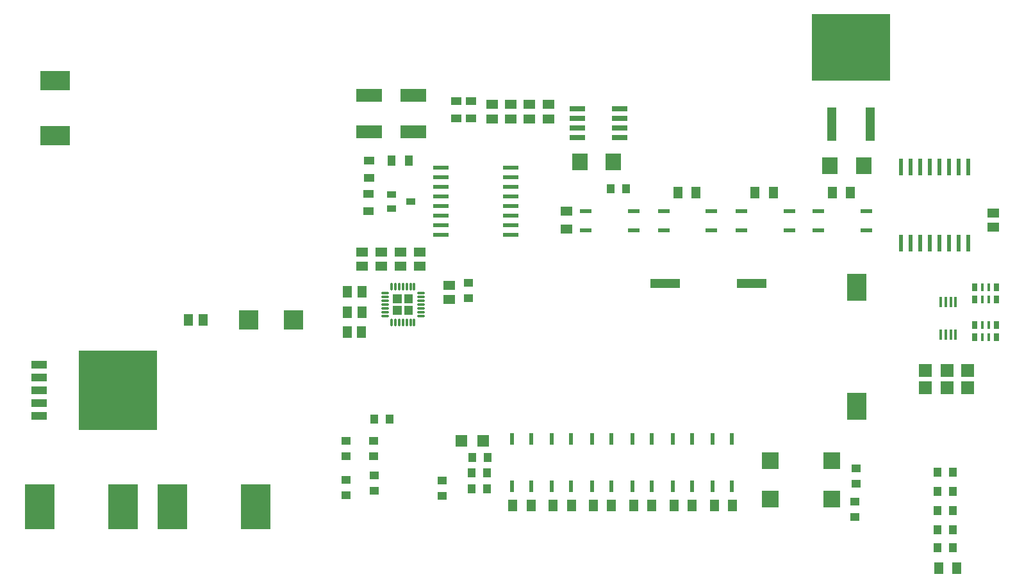
<source format=gtp>
G04*
G04 #@! TF.GenerationSoftware,Altium Limited,Altium Designer,20.2.6 (244)*
G04*
G04 Layer_Color=8421504*
%FSLAX43Y43*%
%MOMM*%
G71*
G04*
G04 #@! TF.SameCoordinates,50BE3A92-8E6F-42E2-A157-1F0C76B00AEB*
G04*
G04*
G04 #@! TF.FilePolarity,Positive*
G04*
G01*
G75*
%ADD28R,1.200X0.850*%
%ADD29R,1.000X1.397*%
%ADD30R,1.397X1.000*%
%ADD31R,2.000X0.600*%
%ADD32R,1.270X1.016*%
%ADD33R,1.200X1.500*%
%ADD34R,10.400X8.900*%
%ADD35R,1.250X4.400*%
%ADD36R,3.500X1.800*%
%ADD37R,1.500X1.300*%
%ADD38R,1.500X1.200*%
%ADD39R,1.600X0.550*%
%ADD40R,2.032X2.286*%
%ADD41R,1.300X1.500*%
%ADD42R,1.016X1.270*%
G04:AMPARAMS|DCode=43|XSize=1.01mm|YSize=0.27mm|CornerRadius=0.068mm|HoleSize=0mm|Usage=FLASHONLY|Rotation=270.000|XOffset=0mm|YOffset=0mm|HoleType=Round|Shape=RoundedRectangle|*
%AMROUNDEDRECTD43*
21,1,1.010,0.135,0,0,270.0*
21,1,0.875,0.270,0,0,270.0*
1,1,0.135,-0.068,-0.438*
1,1,0.135,-0.068,0.438*
1,1,0.135,0.068,0.438*
1,1,0.135,0.068,-0.438*
%
%ADD43ROUNDEDRECTD43*%
G04:AMPARAMS|DCode=44|XSize=1.01mm|YSize=0.27mm|CornerRadius=0.068mm|HoleSize=0mm|Usage=FLASHONLY|Rotation=0.000|XOffset=0mm|YOffset=0mm|HoleType=Round|Shape=RoundedRectangle|*
%AMROUNDEDRECTD44*
21,1,1.010,0.135,0,0,0.0*
21,1,0.875,0.270,0,0,0.0*
1,1,0.135,0.438,-0.068*
1,1,0.135,-0.438,-0.068*
1,1,0.135,-0.438,0.068*
1,1,0.135,0.438,0.068*
%
%ADD44ROUNDEDRECTD44*%
%ADD45R,4.000X2.500*%
%ADD46R,2.159X0.635*%
%ADD47R,0.550X1.600*%
%ADD48R,2.286X2.286*%
%ADD49R,1.778X1.778*%
%ADD50R,0.450X1.450*%
%ADD51R,0.600X2.200*%
%ADD52R,2.600X3.540*%
%ADD53R,2.600X3.660*%
%ADD54R,2.100X1.050*%
%ADD55R,10.300X10.500*%
%ADD56R,2.500X2.500*%
%ADD57R,1.600X1.600*%
%ADD58R,4.000X1.200*%
%ADD59R,0.800X1.000*%
%ADD60R,0.406X1.000*%
%ADD61R,4.000X6.000*%
G36*
X59953Y49569D02*
Y50719D01*
X61105D01*
Y49569D01*
X59953D01*
D02*
G37*
G36*
X59953Y51079D02*
Y52231D01*
X61105D01*
Y51079D01*
X59953D01*
D02*
G37*
G36*
X61465Y49569D02*
Y50719D01*
X62615D01*
Y49569D01*
X61465D01*
D02*
G37*
G36*
X61465Y51079D02*
Y52231D01*
X62615D01*
Y51079D01*
X61465D01*
D02*
G37*
D28*
X62286Y64516D02*
D03*
X59792Y63576D02*
D03*
X59786Y65466D02*
D03*
D29*
X62078Y69952D02*
D03*
X59792D02*
D03*
D30*
X56845Y69901D02*
D03*
Y67615D02*
D03*
X56744Y63271D02*
D03*
Y65557D02*
D03*
X70311Y75534D02*
D03*
Y77820D02*
D03*
X68355Y75534D02*
D03*
Y77820D02*
D03*
D31*
X66267Y60147D02*
D03*
Y61417D02*
D03*
Y62687D02*
D03*
Y63957D02*
D03*
Y65227D02*
D03*
Y66497D02*
D03*
Y67767D02*
D03*
Y69037D02*
D03*
X75567D02*
D03*
Y67767D02*
D03*
Y66497D02*
D03*
Y65227D02*
D03*
Y63957D02*
D03*
Y62687D02*
D03*
Y61417D02*
D03*
Y60147D02*
D03*
D32*
X66482Y25578D02*
D03*
Y27610D02*
D03*
X53756Y32817D02*
D03*
Y30785D02*
D03*
X53807Y27712D02*
D03*
Y25680D02*
D03*
X57445Y30785D02*
D03*
Y32817D02*
D03*
X57465Y28296D02*
D03*
Y26264D02*
D03*
X121029Y24791D02*
D03*
Y22759D02*
D03*
X121136Y29235D02*
D03*
Y27203D02*
D03*
X69940Y53797D02*
D03*
Y51765D02*
D03*
D33*
X110208Y65710D02*
D03*
X107808D02*
D03*
X118006D02*
D03*
X120406D02*
D03*
X134496Y15985D02*
D03*
X132096D02*
D03*
X100010Y65710D02*
D03*
X97610D02*
D03*
X102410Y24282D02*
D03*
X104810D02*
D03*
X97090D02*
D03*
X99490D02*
D03*
X91770D02*
D03*
X94170D02*
D03*
X88850D02*
D03*
X86450D02*
D03*
X83530D02*
D03*
X81130D02*
D03*
X78210D02*
D03*
X75810D02*
D03*
D34*
X120527Y84887D02*
D03*
D35*
X123067Y74737D02*
D03*
X117987D02*
D03*
D36*
X62636Y73749D02*
D03*
Y78549D02*
D03*
X56820D02*
D03*
Y73749D02*
D03*
D37*
X75535Y77368D02*
D03*
Y75468D02*
D03*
X73054Y77368D02*
D03*
Y75468D02*
D03*
X58425Y57866D02*
D03*
Y55966D02*
D03*
X80496Y77368D02*
D03*
Y75468D02*
D03*
X78016Y77368D02*
D03*
Y75468D02*
D03*
X139297Y63012D02*
D03*
Y61112D02*
D03*
X67397Y51557D02*
D03*
Y53457D02*
D03*
X63471Y57866D02*
D03*
Y55966D02*
D03*
X60948D02*
D03*
Y57866D02*
D03*
X55902D02*
D03*
Y55966D02*
D03*
D38*
X82859Y63252D02*
D03*
Y60852D02*
D03*
D39*
X85474Y63271D02*
D03*
Y60731D02*
D03*
X91774D02*
D03*
Y63271D02*
D03*
X122508Y63246D02*
D03*
Y60706D02*
D03*
X116208D02*
D03*
Y63246D02*
D03*
X95755Y63221D02*
D03*
Y60681D02*
D03*
X102055D02*
D03*
Y63221D02*
D03*
X106036Y63246D02*
D03*
Y60706D02*
D03*
X112336D02*
D03*
Y63246D02*
D03*
D40*
X122178Y69266D02*
D03*
X117707D02*
D03*
X84637Y69774D02*
D03*
X89107D02*
D03*
D41*
X53953Y52571D02*
D03*
X55853D02*
D03*
X32957Y48851D02*
D03*
X34857D02*
D03*
X53928Y47251D02*
D03*
X55828D02*
D03*
X55853Y49911D02*
D03*
X53953D02*
D03*
D42*
X133963Y21107D02*
D03*
X131931D02*
D03*
X133963Y23622D02*
D03*
X131931D02*
D03*
X133963Y26187D02*
D03*
X131931D02*
D03*
X133963Y28727D02*
D03*
X131931D02*
D03*
X133982Y18703D02*
D03*
X131950D02*
D03*
X88777Y66218D02*
D03*
X90809D02*
D03*
X59538Y35738D02*
D03*
X57506D02*
D03*
X72419Y28610D02*
D03*
X70387D02*
D03*
X72419Y26502D02*
D03*
X70387D02*
D03*
X72470Y30617D02*
D03*
X70438D02*
D03*
D43*
X62785Y53259D02*
D03*
X62285D02*
D03*
X61785D02*
D03*
X61285D02*
D03*
X60785D02*
D03*
X60285D02*
D03*
X59785D02*
D03*
Y48539D02*
D03*
X60285D02*
D03*
X60785D02*
D03*
X61285D02*
D03*
X61785D02*
D03*
X62285D02*
D03*
X62785D02*
D03*
D44*
X58925Y52399D02*
D03*
Y51899D02*
D03*
Y51399D02*
D03*
Y50899D02*
D03*
Y50399D02*
D03*
Y49899D02*
D03*
Y49399D02*
D03*
X63645D02*
D03*
Y49899D02*
D03*
Y50399D02*
D03*
Y50899D02*
D03*
Y51399D02*
D03*
Y51899D02*
D03*
Y52399D02*
D03*
D45*
X15345Y80485D02*
D03*
Y73235D02*
D03*
D46*
X84357Y76784D02*
D03*
Y75514D02*
D03*
Y74244D02*
D03*
Y72974D02*
D03*
X89945Y76784D02*
D03*
Y75514D02*
D03*
Y74244D02*
D03*
Y72974D02*
D03*
D47*
X102232Y26847D02*
D03*
X104772D02*
D03*
Y33147D02*
D03*
X102232D02*
D03*
X96918Y26847D02*
D03*
X99458D02*
D03*
Y33147D02*
D03*
X96918D02*
D03*
X91604Y26847D02*
D03*
X94144D02*
D03*
Y33147D02*
D03*
X91604D02*
D03*
X86290D02*
D03*
X88830D02*
D03*
Y26847D02*
D03*
X86290D02*
D03*
X80976D02*
D03*
X83516D02*
D03*
Y33147D02*
D03*
X80976D02*
D03*
X75662D02*
D03*
X78202D02*
D03*
Y26847D02*
D03*
X75662D02*
D03*
D48*
X109833Y25146D02*
D03*
Y30226D02*
D03*
X117961Y25146D02*
D03*
Y30226D02*
D03*
D49*
X135868Y42189D02*
D03*
Y39903D02*
D03*
X133201Y42189D02*
D03*
Y39903D02*
D03*
X130280Y42189D02*
D03*
Y39903D02*
D03*
D50*
X132353Y51197D02*
D03*
X133003D02*
D03*
X133653D02*
D03*
X134303D02*
D03*
Y46897D02*
D03*
X133653D02*
D03*
X133003D02*
D03*
X132353D02*
D03*
D51*
X127105Y58988D02*
D03*
X128375D02*
D03*
X129645D02*
D03*
X130915D02*
D03*
X132185D02*
D03*
X133455D02*
D03*
X134725D02*
D03*
X135995D02*
D03*
X127105Y69078D02*
D03*
X128375D02*
D03*
X129645D02*
D03*
X130915D02*
D03*
X132185D02*
D03*
X133455D02*
D03*
X134725D02*
D03*
X135995D02*
D03*
D52*
X121263Y37388D02*
D03*
D53*
Y53188D02*
D03*
D54*
X13212Y42926D02*
D03*
Y39526D02*
D03*
Y36126D02*
D03*
Y37826D02*
D03*
Y41226D02*
D03*
D55*
X23600Y39522D02*
D03*
D56*
X40919Y48844D02*
D03*
X46819D02*
D03*
D57*
X69018Y32817D02*
D03*
X71908D02*
D03*
D58*
X95940Y53721D02*
D03*
X107370D02*
D03*
D59*
X139729Y46584D02*
D03*
X136834D02*
D03*
Y48209D02*
D03*
X139729D02*
D03*
X136808Y53162D02*
D03*
X139704D02*
D03*
Y51537D02*
D03*
X136808D02*
D03*
D60*
X138688Y46584D02*
D03*
X137875D02*
D03*
Y48209D02*
D03*
X138688D02*
D03*
X137850Y53162D02*
D03*
X138662D02*
D03*
Y51537D02*
D03*
X137850D02*
D03*
D61*
X30847Y24155D02*
D03*
X41847D02*
D03*
X24271D02*
D03*
X13271D02*
D03*
M02*

</source>
